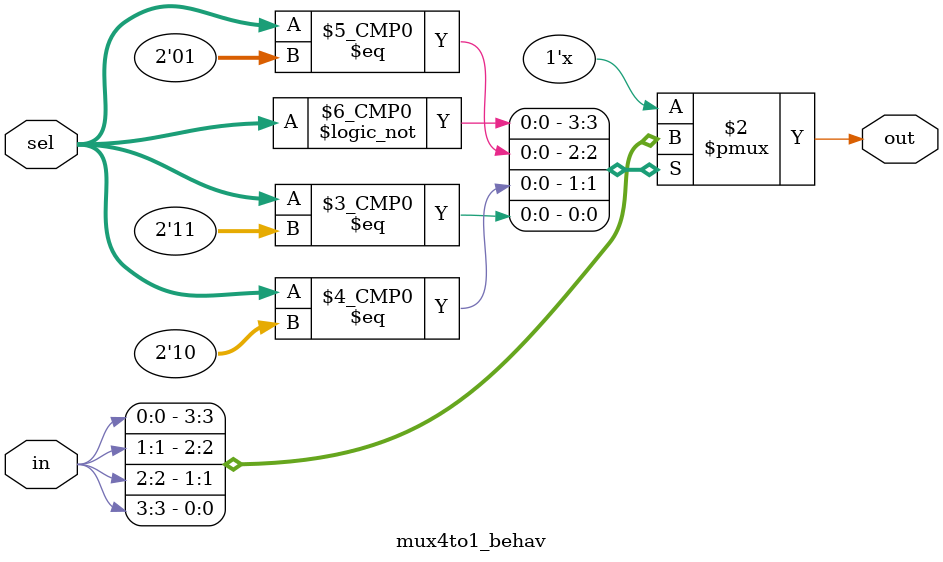
<source format=v>
module mux4to1_behav(
    output reg out,
    input  [3:0] in,
    input  [1:0] sel
);
    always @(*) begin
        case (sel)
            2'b00: out = in[0];
            2'b01: out = in[1];
            2'b10: out = in[2];
            2'b11: out = in[3];
            default: out = 1'bx;
        endcase
    end
endmodule

</source>
